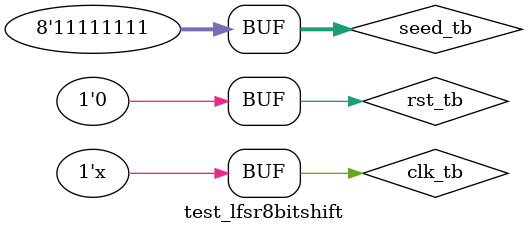
<source format=v>
`timescale 1ns / 1ps


module test_lfsr8bitshift();
 
    reg clk_tb;
    reg rst_tb;
    reg[7:0] seed_tb;
    wire outReg_tb;
    wire trig_tb;
    
    /*
    //TestBench muestra que cambia de directa a inversa una vez se pulsa el reset y no al reves
    initial
    begin
        clk_tb = 0;
        updown = 0;
        rst_tb = 1;
        #15;
        
        rst_tb = 0;
        #300;
        updown = 1;
        #30
        rst_tb = 1;
        #15
        rst_tb = 0;
        #100;
    end*/

    /*
    //TestBench muestra que cambia de directa a inversa
    initial
    begin
        clk_tb = 0;
        updown = 0;
        rst_tb = 1;
        #15;
        
        rst_tb = 0;
        #305;
        updown = 1;
        rst_tb = 1;
        #15
        rst_tb = 0;
        #100;
    end    */
    
    //TestBench muestra la señal en directa. Cuando se pulsa el rst reinicia
    initial
    begin
        clk_tb = 0;
        seed_tb = 8'b11111111;
        rst_tb = 1;

        #15;
        
        rst_tb = 0;
        #500;
        

        #100;
    end
    
    always
    begin
        #10;
        clk_tb = ~ clk_tb;
    end
    
    LFSR8bitShift LFSR8bitShift(clk_tb, rst_tb, seed_tb, outReg_tb, trig_tb);
    
endmodule

</source>
